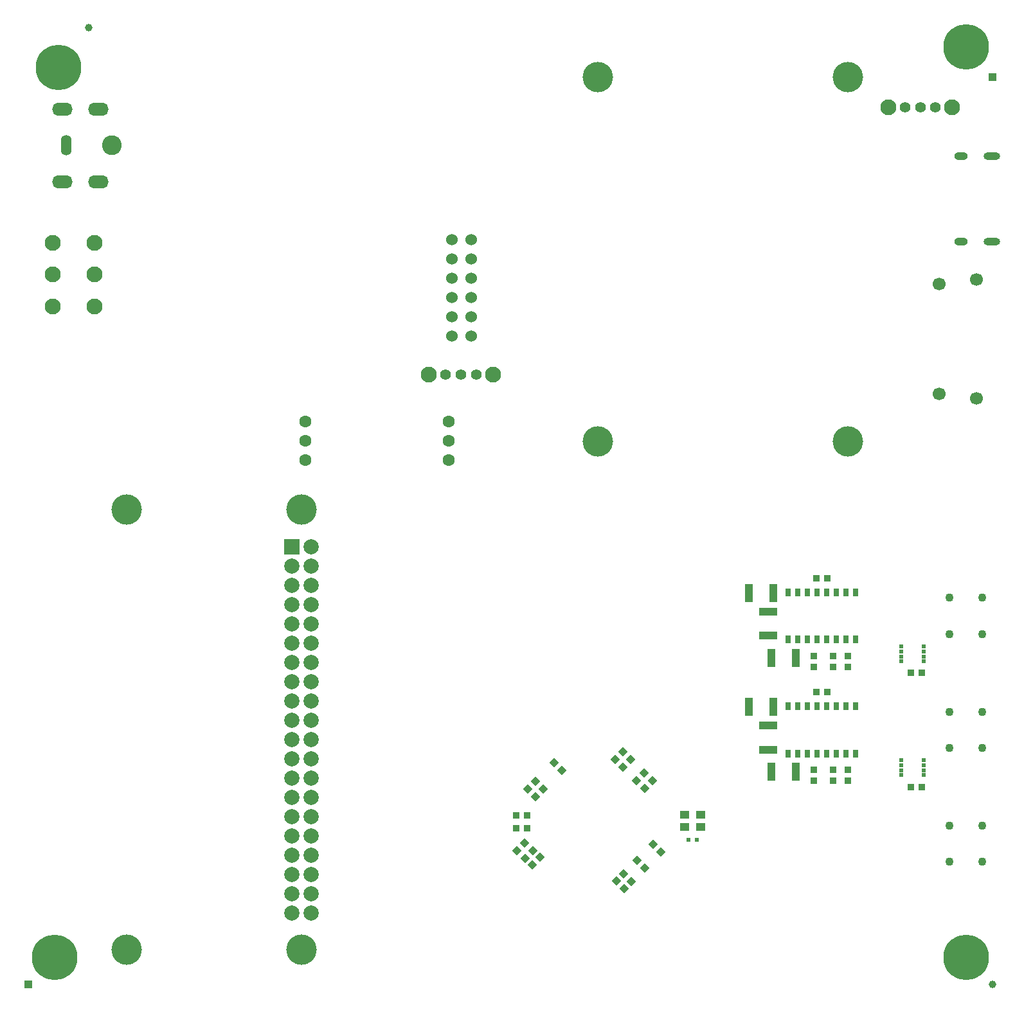
<source format=gbr>
%TF.GenerationSoftware,Altium Limited,Altium Designer,22.1.2 (22)*%
G04 Layer_Color=255*
%FSLAX26Y26*%
%MOIN*%
%TF.SameCoordinates,4DF63D30-2817-4CE9-9CB3-8786E99D956B*%
%TF.FilePolarity,Positive*%
%TF.FileFunction,Pads,Bot*%
%TF.Part,Single*%
G01*
G75*
%TA.AperFunction,SMDPad,CuDef*%
%ADD28R,0.033465X0.035433*%
%ADD29R,0.023622X0.023622*%
%ADD40R,0.035433X0.033465*%
%ADD48R,0.043307X0.094488*%
%TA.AperFunction,FiducialPad,Global*%
%ADD53C,0.039370*%
%ADD54R,0.039370X0.039370*%
%TA.AperFunction,ComponentPad*%
%ADD68O,0.070866X0.039370*%
%ADD69O,0.086614X0.039370*%
%ADD70C,0.043307*%
%ADD71C,0.082677*%
%ADD72R,0.078740X0.078740*%
%ADD73C,0.078740*%
%ADD74O,0.106299X0.066929*%
%ADD75C,0.102362*%
%ADD76O,0.055118X0.106299*%
%ADD77C,0.055118*%
%ADD78C,0.062992*%
%ADD79C,0.236220*%
%ADD80C,0.066929*%
%ADD81C,0.157480*%
%ADD82C,0.060000*%
%TA.AperFunction,SMDPad,CuDef*%
%ADD88R,0.029921X0.043307*%
%ADD89R,0.018504X0.019685*%
%ADD90R,0.051181X0.043307*%
G04:AMPARAMS|DCode=91|XSize=33.465mil|YSize=35.433mil|CornerRadius=0mil|HoleSize=0mil|Usage=FLASHONLY|Rotation=225.000|XOffset=0mil|YOffset=0mil|HoleType=Round|Shape=Rectangle|*
%AMROTATEDRECTD91*
4,1,4,-0.000696,0.024359,0.024359,-0.000696,0.000696,-0.024359,-0.024359,0.000696,-0.000696,0.024359,0.0*
%
%ADD91ROTATEDRECTD91*%

G04:AMPARAMS|DCode=92|XSize=33.465mil|YSize=35.433mil|CornerRadius=0mil|HoleSize=0mil|Usage=FLASHONLY|Rotation=315.000|XOffset=0mil|YOffset=0mil|HoleType=Round|Shape=Rectangle|*
%AMROTATEDRECTD92*
4,1,4,-0.024359,-0.000696,0.000696,0.024359,0.024359,0.000696,-0.000696,-0.024359,-0.024359,-0.000696,0.0*
%
%ADD92ROTATEDRECTD92*%

%ADD93R,0.094488X0.043307*%
D28*
X5678150Y2066929D02*
D03*
X5621063D02*
D03*
X5678150Y2657480D02*
D03*
X5621063D02*
D03*
X5128937Y2559055D02*
D03*
X5186024D02*
D03*
X5128937Y3149606D02*
D03*
X5186024D02*
D03*
X3573819Y1917323D02*
D03*
X3630905D02*
D03*
X3573819Y1850394D02*
D03*
X3630905D02*
D03*
D29*
X4466535Y1791339D02*
D03*
X4509842D02*
D03*
D40*
X5295276Y2154528D02*
D03*
Y2097441D02*
D03*
X5118110Y2154528D02*
D03*
Y2097441D02*
D03*
X5216535Y2154528D02*
D03*
Y2097441D02*
D03*
X5295276Y2745079D02*
D03*
Y2687992D02*
D03*
X5118110Y2745079D02*
D03*
Y2687992D02*
D03*
X5216535Y2745079D02*
D03*
Y2687992D02*
D03*
D48*
X5023622Y2736220D02*
D03*
X4897638D02*
D03*
X5023622Y2145669D02*
D03*
X4897638D02*
D03*
X4905512Y2480315D02*
D03*
X4779528D02*
D03*
X4905512Y3070866D02*
D03*
X4779528D02*
D03*
D53*
X1358268Y6003937D02*
D03*
X6043307Y1043307D02*
D03*
D54*
Y5748032D02*
D03*
X1043307Y1043307D02*
D03*
D68*
X5881890Y5339370D02*
D03*
Y4896850D02*
D03*
D69*
X6039370Y5339370D02*
D03*
Y4896850D02*
D03*
D70*
X5820866Y2858268D02*
D03*
Y3047244D02*
D03*
X5990158D02*
D03*
Y2858268D02*
D03*
X5820866Y1677165D02*
D03*
Y1866142D02*
D03*
X5990158D02*
D03*
Y1677165D02*
D03*
X5820866Y2267716D02*
D03*
Y2456693D02*
D03*
X5990158D02*
D03*
Y2267716D02*
D03*
D71*
X1387795Y4889764D02*
D03*
Y4724409D02*
D03*
Y4559055D02*
D03*
X1171260Y4889764D02*
D03*
Y4724409D02*
D03*
Y4559055D02*
D03*
X5834646Y5590551D02*
D03*
X5503937D02*
D03*
X3122047Y4204724D02*
D03*
X3452756D02*
D03*
D72*
X2410866Y3312205D02*
D03*
D73*
X2510866D02*
D03*
X2410866Y3212205D02*
D03*
X2510866D02*
D03*
X2410866Y3112205D02*
D03*
X2510866D02*
D03*
X2410866Y3012205D02*
D03*
X2510866D02*
D03*
X2410866Y2912205D02*
D03*
X2510866D02*
D03*
X2410866Y2812205D02*
D03*
X2510866D02*
D03*
X2410866Y2712205D02*
D03*
X2510866D02*
D03*
X2410866Y2612205D02*
D03*
X2510866D02*
D03*
X2410866Y2512205D02*
D03*
X2510866D02*
D03*
X2410866Y2412205D02*
D03*
X2510866D02*
D03*
X2410866Y2312205D02*
D03*
X2510866D02*
D03*
X2410866Y2212205D02*
D03*
X2510866D02*
D03*
X2410866Y2112205D02*
D03*
X2510866D02*
D03*
X2410866Y2012205D02*
D03*
X2510866D02*
D03*
X2410866Y1912205D02*
D03*
X2510866D02*
D03*
X2410866Y1812205D02*
D03*
X2510866D02*
D03*
X2410866Y1712205D02*
D03*
X2510866D02*
D03*
X2410866Y1612205D02*
D03*
X2510866D02*
D03*
X2410866Y1512205D02*
D03*
X2510866D02*
D03*
X2410866Y1412205D02*
D03*
X2510866D02*
D03*
D74*
X1405512Y5206693D02*
D03*
Y5580709D02*
D03*
X1220472D02*
D03*
Y5206693D02*
D03*
D75*
X1476378Y5393701D02*
D03*
D76*
X1240158D02*
D03*
D77*
X5590551Y5590551D02*
D03*
X5669291D02*
D03*
X5748032D02*
D03*
X3366142Y4204724D02*
D03*
X3287402D02*
D03*
X3208661D02*
D03*
D78*
X3224409Y3962205D02*
D03*
Y3862205D02*
D03*
Y3762205D02*
D03*
X2480315Y3962205D02*
D03*
Y3862205D02*
D03*
Y3762205D02*
D03*
D79*
X5905512Y5905512D02*
D03*
X1181102Y1181102D02*
D03*
X1200000Y5800000D02*
D03*
X5905512Y1181102D02*
D03*
D80*
X5767717Y4675197D02*
D03*
X5960630Y4698819D02*
D03*
X5767717Y4104331D02*
D03*
X5960630Y4080709D02*
D03*
D81*
X2460630Y3503937D02*
D03*
X3996063Y3858268D02*
D03*
X5295276D02*
D03*
X3996063Y5748032D02*
D03*
X5295276D02*
D03*
X1555118Y3503937D02*
D03*
X2460630Y1220472D02*
D03*
X1555118D02*
D03*
D82*
X3239961Y4406299D02*
D03*
X3339961D02*
D03*
X3239961Y4806299D02*
D03*
X3339961D02*
D03*
Y4906299D02*
D03*
X3239961D02*
D03*
Y4706299D02*
D03*
X3339961D02*
D03*
X3239961Y4606299D02*
D03*
X3339961D02*
D03*
X3239961Y4506299D02*
D03*
X3339961D02*
D03*
D88*
X5332480Y3074803D02*
D03*
X5282480D02*
D03*
X5232480D02*
D03*
X5182480D02*
D03*
X4982480D02*
D03*
X5032480D02*
D03*
X5082480D02*
D03*
X5132480D02*
D03*
X4982480Y2830709D02*
D03*
X5032480D02*
D03*
X5082480D02*
D03*
X5132480D02*
D03*
X5332480D02*
D03*
X5282480D02*
D03*
X5232480D02*
D03*
X5182480D02*
D03*
X5332480Y2484252D02*
D03*
X5282480D02*
D03*
X5232480D02*
D03*
X5182480D02*
D03*
X4982480D02*
D03*
X5032480D02*
D03*
X5082480D02*
D03*
X5132480D02*
D03*
X4982480Y2240157D02*
D03*
X5032480D02*
D03*
X5082480D02*
D03*
X5132480D02*
D03*
X5332480D02*
D03*
X5282480D02*
D03*
X5232480D02*
D03*
X5182480D02*
D03*
D89*
X5571850Y2794291D02*
D03*
X5687992Y2717520D02*
D03*
Y2743110D02*
D03*
Y2768701D02*
D03*
Y2794291D02*
D03*
X5571850Y2768701D02*
D03*
Y2743110D02*
D03*
Y2717520D02*
D03*
Y2203740D02*
D03*
X5687992Y2126968D02*
D03*
Y2152559D02*
D03*
Y2178150D02*
D03*
Y2203740D02*
D03*
X5571850Y2178150D02*
D03*
Y2152559D02*
D03*
Y2126968D02*
D03*
D90*
X4529528Y1922244D02*
D03*
X4446850D02*
D03*
Y1857284D02*
D03*
X4529528D02*
D03*
D91*
X3618608Y1776089D02*
D03*
X3578242Y1735722D02*
D03*
X4239659Y2058557D02*
D03*
X4280026Y2098923D02*
D03*
X4196352Y2097927D02*
D03*
X4236719Y2138293D02*
D03*
X4125486Y2168793D02*
D03*
X4165852Y2209160D02*
D03*
X4086116Y2208163D02*
D03*
X4126482Y2248530D02*
D03*
X3661916Y1736719D02*
D03*
X3621549Y1696352D02*
D03*
X3697349Y1701285D02*
D03*
X3656982Y1660919D02*
D03*
D92*
X4129423Y1614671D02*
D03*
X4169789Y1574305D02*
D03*
X4282966Y1768215D02*
D03*
X4323333Y1727848D02*
D03*
X3811522Y2153045D02*
D03*
X3771155Y2193412D02*
D03*
X3713097Y2054620D02*
D03*
X3672730Y2094986D02*
D03*
X3673727Y2015250D02*
D03*
X3633360Y2055616D02*
D03*
X4200289Y1685537D02*
D03*
X4240656Y1645171D02*
D03*
X4093990Y1579238D02*
D03*
X4134356Y1538872D02*
D03*
D93*
X4881890Y2385827D02*
D03*
Y2259843D02*
D03*
Y2976378D02*
D03*
Y2850394D02*
D03*
%TF.MD5,ca0451e2539239a3c932f1019dd21557*%
M02*

</source>
